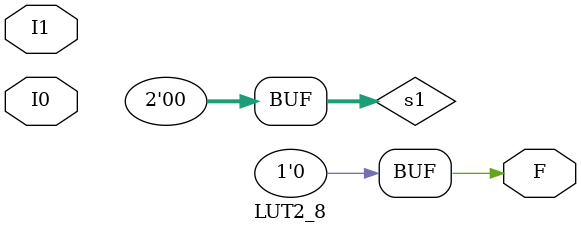
<source format=v>
module LUT2_8(output F, input I0, I1);
	parameter [3:0] INIT = 0;
	wire [ 1: 0] s1 = I1 ? INIT[ 3: 2] : INIT[ 1: 0];
	assign F = I0 ? s1[1] : s1[0];
endmodule
</source>
